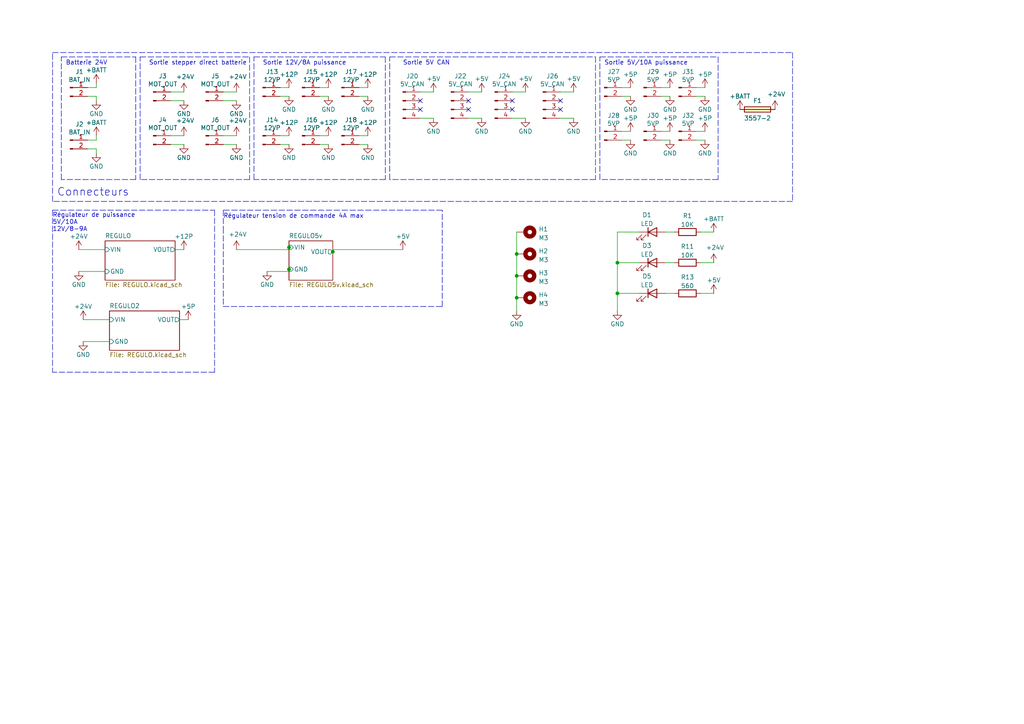
<source format=kicad_sch>
(kicad_sch (version 20211123) (generator eeschema)
  (paper "A4")
  (lib_symbols
    (symbol "AREA_composant:3557-2" (pin_numbers hide) (pin_names (offset 1.016) hide)
      (property "Reference" "F" (at -3.81 1.397 0))
      (property "Value" "3557-2" (at -3.81 -2.921 0))
      (symbol "3557-2_0_0"
        (rectangle (start -3.81 -0.762) (end 3.81 0.762) (stroke (width 0.254)) (fill (type background)))
        (pin passive line (at -5.08 0 0) (length 2.54) (name "~") (number "1"))
        (pin passive line (at -2.54 0 0) (length 2.54) (name "~") (number "2"))
        (pin passive line (at 5.08 0 180) (length 2.54) (name "~") (number "3"))
        (pin passive line (at 2.54 0 180) (length 2.54) (name "~") (number "4"))
      )
    )
    (symbol "Connector:Conn_01x02_Male" (pin_names (offset 1.016) hide)
      (property "Reference" "J" (at 0 2.54 0))
      (property "Value" "Conn_01x02_Male" (at 0 -5.08 0))
      (symbol "Conn_01x02_Male_1_1"
        (polyline (pts (xy 1.27 -2.54) (xy 0.8636 -2.54)) (stroke (width 0.1524)))
        (polyline (pts (xy 1.27 0) (xy 0.8636 0)) (stroke (width 0.1524)))
        (rectangle (start 0.8636 -2.413) (end 0 -2.667) (stroke (width 0.1524)) (fill (type outline)))
        (rectangle (start 0.8636 0.127) (end 0 -0.127) (stroke (width 0.1524)) (fill (type outline)))
        (pin passive line (at 5.08 0 180) (length 3.81) (name "Pin_1") (number "1"))
        (pin passive line (at 5.08 -2.54 180) (length 3.81) (name "Pin_2") (number "2"))
      )
    )
    (symbol "Connector:Conn_01x04_Male" (pin_names (offset 1.016) hide)
      (property "Reference" "J" (at 0 5.08 0))
      (property "Value" "Conn_01x04_Male" (at 0 -7.62 0))
      (symbol "Conn_01x04_Male_1_1"
        (polyline (pts (xy 1.27 -5.08) (xy 0.8636 -5.08)) (stroke (width 0.1524)))
        (polyline (pts (xy 1.27 -2.54) (xy 0.8636 -2.54)) (stroke (width 0.1524)))
        (polyline (pts (xy 1.27 0) (xy 0.8636 0)) (stroke (width 0.1524)))
        (polyline (pts (xy 1.27 2.54) (xy 0.8636 2.54)) (stroke (width 0.1524)))
        (rectangle (start 0.8636 -4.953) (end 0 -5.207) (stroke (width 0.1524)) (fill (type outline)))
        (rectangle (start 0.8636 -2.413) (end 0 -2.667) (stroke (width 0.1524)) (fill (type outline)))
        (rectangle (start 0.8636 0.127) (end 0 -0.127) (stroke (width 0.1524)) (fill (type outline)))
        (rectangle (start 0.8636 2.667) (end 0 2.413) (stroke (width 0.1524)) (fill (type outline)))
        (pin passive line (at 5.08 2.54 180) (length 3.81) (name "Pin_1") (number "1"))
        (pin passive line (at 5.08 0 180) (length 3.81) (name "Pin_2") (number "2"))
        (pin passive line (at 5.08 -2.54 180) (length 3.81) (name "Pin_3") (number "3"))
        (pin passive line (at 5.08 -5.08 180) (length 3.81) (name "Pin_4") (number "4"))
      )
    )
    (symbol "Device:LED" (pin_numbers hide) (pin_names (offset 1.016) hide)
      (property "Reference" "D" (at 0 2.54 0))
      (property "Value" "LED" (at 0 -2.54 0))
      (symbol "LED_0_1"
        (polyline (pts (xy -1.27 -1.27) (xy -1.27 1.27)) (stroke (width 0.254)))
        (polyline (pts (xy -1.27 0) (xy 1.27 0)))
        (polyline (pts (xy 1.27 -1.27) (xy 1.27 1.27) (xy -1.27 0) (xy 1.27 -1.27)) (stroke (width 0.254)))
        (polyline (pts (xy -3.048 -0.762) (xy -4.572 -2.286) (xy -3.81 -2.286) (xy -4.572 -2.286) (xy -4.572 -1.524)))
        (polyline (pts (xy -1.778 -0.762) (xy -3.302 -2.286) (xy -2.54 -2.286) (xy -3.302 -2.286) (xy -3.302 -1.524)))
      )
      (symbol "LED_1_1"
        (pin passive line (at -3.81 0 0) (length 2.54) (name "K") (number "1"))
        (pin passive line (at 3.81 0 180) (length 2.54) (name "A") (number "2"))
      )
    )
    (symbol "Device:R" (pin_numbers hide) (pin_names (offset 0))
      (property "Reference" "R" (at 2.032 0 90))
      (property "Value" "R" (at 0 0 90))
      (symbol "R_0_1"
        (rectangle (start -1.016 -2.54) (end 1.016 2.54) (stroke (width 0.254)))
      )
      (symbol "R_1_1"
        (pin passive line (at 0 3.81 270) (length 1.27) (name "~") (number "1"))
        (pin passive line (at 0 -3.81 90) (length 1.27) (name "~") (number "2"))
      )
    )
    (symbol "Mechanical:MountingHole_Pad" (pin_numbers hide) (pin_names (offset 1.016) hide)
      (property "Reference" "H" (at 0 6.35 0))
      (property "Value" "MountingHole_Pad" (at 0 4.445 0))
      (symbol "MountingHole_Pad_0_1"
        (circle (center 0 1.27) (radius 1.27) (stroke (width 1.27)))
      )
      (symbol "MountingHole_Pad_1_1"
        (pin input line (at 0 -2.54 90) (length 2.54) (name "1") (number "1"))
      )
    )
    (symbol "power:+12P" (power) (pin_names (offset 0))
      (property "Value" "+12P" (at 0 3.556 0))
      (symbol "+12P_0_1"
        (polyline (pts (xy -0.762 1.27) (xy 0 2.54)))
        (polyline (pts (xy 0 0) (xy 0 2.54)))
        (polyline (pts (xy 0 2.54) (xy 0.762 1.27)))
      )
      (symbol "+12P_1_1"
        (pin power_in line (at 0 0 90) (length 0) hide (name "+12P") (number "1"))
      )
    )
    (symbol "power:+24V" (power) (pin_names (offset 0))
      (property "Value" "+24V" (at 0 3.556 0))
      (symbol "+24V_0_1"
        (polyline (pts (xy -0.762 1.27) (xy 0 2.54)))
        (polyline (pts (xy 0 0) (xy 0 2.54)))
        (polyline (pts (xy 0 2.54) (xy 0.762 1.27)))
      )
      (symbol "+24V_1_1"
        (pin power_in line (at 0 0 90) (length 0) hide (name "+24V") (number "1"))
      )
    )
    (symbol "power:+5P" (power) (pin_names (offset 0))
      (property "Value" "+5P" (at 0 3.556 0))
      (symbol "+5P_0_1"
        (polyline (pts (xy -0.762 1.27) (xy 0 2.54)))
        (polyline (pts (xy 0 0) (xy 0 2.54)))
        (polyline (pts (xy 0 2.54) (xy 0.762 1.27)))
      )
      (symbol "+5P_1_1"
        (pin power_in line (at 0 0 90) (length 0) hide (name "+5P") (number "1"))
      )
    )
    (symbol "power:+5V" (power) (pin_names (offset 0))
      (property "Value" "+5V" (at 0 3.556 0))
      (symbol "+5V_0_1"
        (polyline (pts (xy -0.762 1.27) (xy 0 2.54)))
        (polyline (pts (xy 0 0) (xy 0 2.54)))
        (polyline (pts (xy 0 2.54) (xy 0.762 1.27)))
      )
      (symbol "+5V_1_1"
        (pin power_in line (at 0 0 90) (length 0) hide (name "+5V") (number "1"))
      )
    )
    (symbol "power:+BATT" (power) (pin_names (offset 0))
      (property "Value" "+BATT" (at 0 3.556 0))
      (symbol "+BATT_0_1"
        (polyline (pts (xy -0.762 1.27) (xy 0 2.54)))
        (polyline (pts (xy 0 0) (xy 0 2.54)))
        (polyline (pts (xy 0 2.54) (xy 0.762 1.27)))
      )
      (symbol "+BATT_1_1"
        (pin power_in line (at 0 0 90) (length 0) hide (name "+BATT") (number "1"))
      )
    )
    (symbol "power:GND" (power) (pin_names (offset 0))
      (property "Value" "GND" (at 0 -3.81 0))
      (symbol "GND_0_1"
        (polyline (pts (xy 0 0) (xy 0 -1.27) (xy 1.27 -1.27) (xy 0 -2.54) (xy -1.27 -1.27) (xy 0 -1.27)))
      )
      (symbol "GND_1_1"
        (pin power_in line (at 0 0 270) (length 0) hide (name "GND") (number "1"))
      )
    )
  )
  (junction (at 179.07 76.2))
  (junction (at 83.82 71.755))
  (junction (at 149.86 80.01))
  (junction (at 149.86 73.66))
  (junction (at 83.82 78.105))
  (junction (at 96.52 73.025))
  (junction (at 149.86 86.36))
  (junction (at 179.07 85.09))
  (no_connect (at 162.56 29.21))
  (no_connect (at 135.89 31.75))
  (no_connect (at 148.59 31.75))
  (no_connect (at 135.89 29.21))
  (no_connect (at 148.59 29.21))
  (no_connect (at 162.56 31.75))
  (no_connect (at 121.92 29.21))
  (no_connect (at 121.92 31.75))
  (polyline (pts (xy 64.77 88.9) (xy 128.27 88.9)))
  (wire (pts (xy 81.28 27.94) (xy 83.82 27.94)))
  (wire (pts (xy 64.77 41.91) (xy 68.58 41.91)))
  (wire (pts (xy 25.4 40.64) (xy 27.94 40.64)))
  (wire (pts (xy 193.04 76.2) (xy 195.58 76.2)))
  (wire (pts (xy 179.07 85.09) (xy 179.07 90.17)))
  (wire (pts (xy 148.59 26.67) (xy 152.4 26.67)))
  (wire (pts (xy 191.77 25.4) (xy 194.31 25.4)))
  (wire (pts (xy 180.34 25.4) (xy 182.88 25.4)))
  (wire (pts (xy 203.2 85.09) (xy 207.01 85.09)))
  (wire (pts (xy 193.04 85.09) (xy 195.58 85.09)))
  (wire (pts (xy 191.77 38.1) (xy 194.31 38.1)))
  (wire (pts (xy 64.77 26.67) (xy 68.58 26.67)))
  (wire (pts (xy 185.42 76.2) (xy 179.07 76.2)))
  (wire (pts (xy 179.07 76.2) (xy 179.07 85.09)))
  (wire (pts (xy 135.89 26.67) (xy 139.7 26.67)))
  (polyline (pts (xy 208.28 52.07) (xy 173.99 52.07)))
  (polyline (pts (xy 172.72 16.51) (xy 172.72 52.07)))
  (polyline (pts (xy 64.77 66.04) (xy 64.77 88.9)))
  (wire (pts (xy 92.71 27.94) (xy 95.25 27.94)))
  (wire (pts (xy 203.2 76.2) (xy 207.01 76.2)))
  (wire (pts (xy 81.28 25.4) (xy 83.82 25.4)))
  (wire (pts (xy 49.53 39.37) (xy 53.34 39.37)))
  (polyline (pts (xy 64.77 60.96) (xy 64.77 66.04)))
  (wire (pts (xy 96.52 73.66) (xy 96.52 73.025)))
  (polyline (pts (xy 229.87 58.42) (xy 15.24 58.42)))
  (wire (pts (xy 81.28 39.37) (xy 83.82 39.37)))
  (wire (pts (xy 64.77 29.21) (xy 68.58 29.21)))
  (wire (pts (xy 162.56 34.29) (xy 166.37 34.29)))
  (wire (pts (xy 193.04 67.31) (xy 195.58 67.31)))
  (wire (pts (xy 180.34 38.1) (xy 182.88 38.1)))
  (wire (pts (xy 27.94 40.64) (xy 27.94 39.37)))
  (wire (pts (xy 49.53 29.21) (xy 53.34 29.21)))
  (polyline (pts (xy 73.66 16.51) (xy 111.76 16.51)))
  (polyline (pts (xy 172.72 52.07) (xy 113.03 52.07)))
  (polyline (pts (xy 208.28 16.51) (xy 208.28 52.07)))
  (wire (pts (xy 185.42 85.09) (xy 179.07 85.09)))
  (wire (pts (xy 104.14 39.37) (xy 106.68 39.37)))
  (polyline (pts (xy 173.99 16.51) (xy 208.28 16.51)))
  (wire (pts (xy 203.2 67.31) (xy 207.01 67.31)))
  (polyline (pts (xy 128.27 60.96) (xy 64.77 60.96)))
  (polyline (pts (xy 72.39 16.51) (xy 72.39 52.07)))
  (wire (pts (xy 27.94 27.94) (xy 25.4 27.94)))
  (polyline (pts (xy 15.24 15.24) (xy 229.87 15.24)))
  (wire (pts (xy 201.93 40.64) (xy 204.47 40.64)))
  (wire (pts (xy 162.56 26.67) (xy 166.37 26.67)))
  (wire (pts (xy 191.77 40.64) (xy 194.31 40.64)))
  (wire (pts (xy 180.34 27.94) (xy 182.88 27.94)))
  (wire (pts (xy 149.86 86.36) (xy 149.86 90.17)))
  (wire (pts (xy 179.07 67.31) (xy 179.07 76.2)))
  (wire (pts (xy 149.86 67.31) (xy 149.86 73.66)))
  (wire (pts (xy 191.77 27.94) (xy 194.31 27.94)))
  (wire (pts (xy 121.92 26.67) (xy 125.73 26.67)))
  (wire (pts (xy 92.71 41.91) (xy 95.25 41.91)))
  (wire (pts (xy 27.94 44.45) (xy 27.94 43.18)))
  (polyline (pts (xy 17.78 52.07) (xy 17.78 16.51)))
  (wire (pts (xy 180.34 40.64) (xy 182.88 40.64)))
  (wire (pts (xy 201.93 27.94) (xy 204.47 27.94)))
  (polyline (pts (xy 111.76 52.07) (xy 73.66 52.07)))
  (wire (pts (xy 22.86 72.39) (xy 30.48 72.39)))
  (polyline (pts (xy 15.24 60.96) (xy 62.23 60.96)))
  (wire (pts (xy 49.53 26.67) (xy 53.34 26.67)))
  (wire (pts (xy 83.82 78.105) (xy 83.82 78.74)))
  (polyline (pts (xy 111.76 16.51) (xy 111.76 52.07)))
  (polyline (pts (xy 128.27 88.9) (xy 128.27 60.96)))
  (wire (pts (xy 22.86 78.74) (xy 30.48 78.74)))
  (polyline (pts (xy 173.99 52.07) (xy 173.99 16.51)))
  (polyline (pts (xy 73.66 52.07) (xy 73.66 16.51)))
  (wire (pts (xy 25.4 25.4) (xy 27.94 25.4)))
  (polyline (pts (xy 62.23 107.95) (xy 15.24 107.95)))
  (polyline (pts (xy 113.03 16.51) (xy 172.72 16.51)))
  (wire (pts (xy 185.42 67.31) (xy 179.07 67.31)))
  (wire (pts (xy 135.89 34.29) (xy 139.7 34.29)))
  (wire (pts (xy 104.14 25.4) (xy 106.68 25.4)))
  (wire (pts (xy 49.53 41.91) (xy 53.34 41.91)))
  (wire (pts (xy 83.82 71.755) (xy 83.82 72.39)))
  (wire (pts (xy 104.14 27.94) (xy 106.68 27.94)))
  (polyline (pts (xy 39.37 52.07) (xy 17.78 52.07)))
  (wire (pts (xy 104.14 41.91) (xy 106.68 41.91)))
  (wire (pts (xy 96.52 72.39) (xy 116.84 72.39)))
  (wire (pts (xy 50.8 72.39) (xy 53.34 72.39)))
  (polyline (pts (xy 39.37 16.51) (xy 39.37 52.07)))
  (polyline (pts (xy 229.87 15.24) (xy 229.87 58.42)))
  (wire (pts (xy 149.86 73.66) (xy 149.86 80.01)))
  (wire (pts (xy 68.58 72.39) (xy 83.82 72.39)))
  (wire (pts (xy 24.13 92.71) (xy 31.75 92.71)))
  (wire (pts (xy 121.92 34.29) (xy 125.73 34.29)))
  (polyline (pts (xy 62.23 60.96) (xy 62.23 107.95)))
  (wire (pts (xy 148.59 34.29) (xy 152.4 34.29)))
  (wire (pts (xy 52.07 92.71) (xy 54.61 92.71)))
  (wire (pts (xy 83.82 71.12) (xy 83.82 71.755)))
  (polyline (pts (xy 72.39 52.07) (xy 40.64 52.07)))
  (wire (pts (xy 83.82 77.47) (xy 83.82 78.105)))
  (polyline (pts (xy 113.03 52.07) (xy 113.03 16.51)))
  (wire (pts (xy 96.52 73.025) (xy 96.52 72.39)))
  (polyline (pts (xy 15.24 60.96) (xy 15.24 107.95)))
  (wire (pts (xy 64.77 39.37) (xy 68.58 39.37)))
  (polyline (pts (xy 17.78 16.51) (xy 39.37 16.51)))
  (polyline (pts (xy 15.24 58.42) (xy 15.24 15.24)))
  (wire (pts (xy 149.86 80.01) (xy 149.86 86.36)))
  (polyline (pts (xy 40.64 52.07) (xy 40.64 16.51)))
  (wire (pts (xy 77.47 78.74) (xy 83.82 78.74)))
  (polyline (pts (xy 40.64 16.51) (xy 72.39 16.51)))
  (wire (pts (xy 92.71 25.4) (xy 95.25 25.4)))
  (wire (pts (xy 27.94 43.18) (xy 25.4 43.18)))
  (wire (pts (xy 81.28 41.91) (xy 83.82 41.91)))
  (wire (pts (xy 24.13 99.06) (xy 31.75 99.06)))
  (wire (pts (xy 27.94 29.21) (xy 27.94 27.94)))
  (wire (pts (xy 201.93 38.1) (xy 204.47 38.1)))
  (wire (pts (xy 201.93 25.4) (xy 204.47 25.4)))
  (wire (pts (xy 27.94 25.4) (xy 27.94 24.13)))
  (wire (pts (xy 92.71 39.37) (xy 95.25 39.37)))
  (text "Batterie 24V" (at 19.05 19.05 0) (effects (font (size 1.27 1.27)) (justify left bottom)))
  (text "Sortie 12V/8A puissance" (at 76.2 19.05 0) (effects (font (size 1.27 1.27)) (justify left bottom)))
  (text "Connecteurs" (at 16.51 57.15 0) (effects (font (size 2.2606 2.2606)) (justify left bottom)))
  (text "Sortie stepper direct batterie" (at 43.18 19.05 0) (effects (font (size 1.27 1.27)) (justify left bottom)))
  (text "Sortie 5V CAN" (at 116.84 19.05 0) (effects (font (size 1.27 1.27)) (justify left bottom)))
  (text "Régulateur de puissance\n5V/10A\n12V/8-9A" (at 15.24 67.31 0) (effects (font (size 1.27 1.27)) (justify left bottom)))
  (text "Régulateur tension de commande 4A max" (at 64.77 63.5 0) (effects (font (size 1.27 1.27)) (justify left bottom)))
  (text "Sortie 5V/10A puissance" (at 175.26 19.05 0) (effects (font (size 1.27 1.27)) (justify left bottom)))
  (symbol (lib_id "power:GND") (at 179.07 90.17 0) (unit 1)
    (property "Reference" "#PWR0110" (effects hide))
    (property "Value" "GND" (at 179.07 93.98 0))
  )
  (symbol (lib_id "Connector:Conn_01x02_Male") (at 44.45 39.37 0) (unit 1)
    (property "Reference" "J4" (at 47.1932 34.7726 0))
    (property "Value" "MOT_OUT" (at 47.1932 37.084 0))
    (property "Footprint" "AREA_lib_Connector:Wuerth_batcon_691313710002" (effects hide))
  )
  (symbol (lib_id "power:GND") (at 194.31 40.64 0) (unit 1)
    (property "Reference" "#PWR078" (effects hide))
    (property "Value" "GND" (at 194.31 44.45 0))
  )
  (symbol (lib_id "Mechanical:MountingHole_Pad") (at 152.4 67.31 270) (unit 1)
    (property "Reference" "H1" (at 156.21 66.4753 90) (effects (justify left)))
    (property "Value" "M3" (at 156.21 69.0122 90) (effects (justify left)))
    (property "Footprint" "MountingHole:MountingHole_3.2mm_M3_Pad_Via" (effects hide))
  )
  (symbol (lib_id "Connector:Conn_01x02_Male") (at 76.2 25.4 0) (unit 1)
    (property "Reference" "J13" (at 78.9432 20.8026 0))
    (property "Value" "12VP" (at 78.9432 23.114 0))
    (property "Footprint" "AREA_lib_Connector:Wuerth_3.96mm_2pin_645002114822" (effects hide))
  )
  (symbol (lib_id "Connector:Conn_01x02_Male") (at 175.26 25.4 0) (unit 1)
    (property "Reference" "J27" (at 178.0032 20.8026 0))
    (property "Value" "5VP" (at 178.0032 23.114 0))
    (property "Footprint" "AREA_lib_Connector:Wuerth_3.96mm_2pin_645002114822" (effects hide))
  )
  (symbol (lib_id "Connector:Conn_01x02_Male") (at 20.32 40.64 0) (unit 1)
    (property "Reference" "J2" (at 23.0632 36.0426 0))
    (property "Value" "BAT_IN" (at 23.0632 38.354 0))
    (property "Footprint" "AREA_lib_Connector:Wuerth_batcon_691313710002" (effects hide))
  )
  (symbol (lib_id "power:+12P") (at 95.25 25.4 0) (unit 1)
    (property "Reference" "#PWR047" (effects hide))
    (property "Value" "+12P" (at 95.25 21.59 0))
  )
  (symbol (lib_id "Device:R") (at 199.39 67.31 270) (unit 1)
    (property "Reference" "R1" (at 199.39 62.5942 90))
    (property "Value" "10K" (at 199.39 65.1311 90))
    (property "Footprint" "Resistor_SMD:R_0805_2012Metric" (effects hide))
  )
  (symbol (lib_id "power:GND") (at 204.47 40.64 0) (unit 1)
    (property "Reference" "#PWR082" (effects hide))
    (property "Value" "GND" (at 204.47 44.45 0))
  )
  (symbol (lib_id "power:+12P") (at 53.34 72.39 0) (unit 1)
    (property "Reference" "#PWR015" (effects hide))
    (property "Value" "+12P" (at 53.34 68.58 0))
  )
  (symbol (lib_id "power:GND") (at 125.73 34.29 0) (unit 1)
    (property "Reference" "#PWR058" (effects hide))
    (property "Value" "GND" (at 125.73 38.1 0))
  )
  (symbol (lib_id "power:+24V") (at 224.79 31.75 0) (unit 1)
    (property "Reference" "#PWR084" (effects hide))
    (property "Value" "+24V" (at 225.171 27.3558 0))
  )
  (symbol (lib_id "power:+12P") (at 83.82 39.37 0) (unit 1)
    (property "Reference" "#PWR045" (effects hide))
    (property "Value" "+12P" (at 83.82 35.56 0))
  )
  (symbol (lib_id "Device:LED") (at 189.23 67.31 0) (unit 1)
    (property "Reference" "D1" (at 187.6425 62.3402 0))
    (property "Value" "LED" (at 187.6425 64.8771 0))
    (property "Footprint" "LED_SMD:LED_0805_2012Metric" (effects hide))
  )
  (symbol (lib_id "power:+5P") (at 54.61 92.71 0) (unit 1)
    (property "Reference" "#PWR017" (effects hide))
    (property "Value" "+5P" (at 54.61 88.9 0))
  )
  (symbol (lib_id "power:+12P") (at 83.82 25.4 0) (unit 1)
    (property "Reference" "#PWR043" (effects hide))
    (property "Value" "+12P" (at 83.82 21.59 0))
  )
  (symbol (lib_id "Connector:Conn_01x04_Male") (at 116.84 29.21 0) (unit 1)
    (property "Reference" "J20" (at 119.5832 22.0726 0))
    (property "Value" "5V_CAN" (at 119.5832 24.384 0))
    (property "Footprint" "AREA_lib_Connector:690367290476" (effects hide))
  )
  (symbol (lib_id "power:+5V") (at 125.73 26.67 0) (unit 1)
    (property "Reference" "#PWR057" (effects hide))
    (property "Value" "+5V" (at 125.73 22.86 0))
  )
  (symbol (lib_id "power:+5P") (at 194.31 25.4 0) (unit 1)
    (property "Reference" "#PWR075" (effects hide))
    (property "Value" "+5P" (at 194.31 21.59 0))
  )
  (symbol (lib_id "Connector:Conn_01x04_Male") (at 130.81 29.21 0) (unit 1)
    (property "Reference" "J22" (at 133.5532 22.0726 0))
    (property "Value" "5V_CAN" (at 133.5532 24.384 0))
    (property "Footprint" "AREA_lib_Connector:690367290476" (effects hide))
  )
  (symbol (lib_id "power:+24V") (at 24.13 92.71 0) (unit 1)
    (property "Reference" "#PWR05" (effects hide))
    (property "Value" "+24V" (at 24.13 88.9 0))
  )
  (symbol (lib_id "power:+24V") (at 68.58 39.37 0) (unit 1)
    (property "Reference" "#PWR020" (effects hide))
    (property "Value" "+24V" (at 68.961 34.9758 0))
  )
  (symbol (lib_id "Connector:Conn_01x02_Male") (at 87.63 39.37 0) (unit 1)
    (property "Reference" "J16" (at 90.3732 34.7726 0))
    (property "Value" "12VP" (at 90.3732 37.084 0))
    (property "Footprint" "AREA_lib_Connector:Wuerth_3.96mm_2pin_645002114822" (effects hide))
  )
  (symbol (lib_id "Connector:Conn_01x02_Male") (at 196.85 25.4 0) (unit 1)
    (property "Reference" "J31" (at 199.5932 20.8026 0))
    (property "Value" "5VP" (at 199.5932 23.114 0))
    (property "Footprint" "AREA_lib_Connector:Wuerth_3.96mm_2pin_645002114822" (effects hide))
  )
  (symbol (lib_id "Connector:Conn_01x04_Male") (at 157.48 29.21 0) (unit 1)
    (property "Reference" "J26" (at 160.2232 22.0726 0))
    (property "Value" "5V_CAN" (at 160.2232 24.384 0))
    (property "Footprint" "AREA_lib_Connector:690367290476" (effects hide))
  )
  (symbol (lib_id "power:+BATT") (at 214.63 31.75 0) (unit 1)
    (property "Reference" "#PWR083" (effects hide))
    (property "Value" "+BATT" (at 214.63 27.94 0))
  )
  (symbol (lib_id "Connector:Conn_01x02_Male") (at 20.32 25.4 0) (unit 1)
    (property "Reference" "J1" (at 23.0632 20.8026 0))
    (property "Value" "BAT_IN" (at 23.0632 23.114 0))
    (property "Footprint" "AREA_lib_Connector:Wuerth_batcon_691313710002" (effects hide))
  )
  (symbol (lib_id "power:+12P") (at 106.68 39.37 0) (unit 1)
    (property "Reference" "#PWR053" (effects hide))
    (property "Value" "+12P" (at 106.68 35.56 0))
  )
  (symbol (lib_id "power:GND") (at 77.47 78.74 0) (unit 1)
    (property "Reference" "#PWR042" (effects hide))
    (property "Value" "GND" (at 77.47 82.55 0))
  )
  (symbol (lib_id "power:GND") (at 106.68 27.94 0) (unit 1)
    (property "Reference" "#PWR052" (effects hide))
    (property "Value" "GND" (at 106.68 31.75 0))
  )
  (symbol (lib_id "power:GND") (at 139.7 34.29 0) (unit 1)
    (property "Reference" "#PWR062" (effects hide))
    (property "Value" "GND" (at 139.7 38.1 0))
  )
  (symbol (lib_id "Mechanical:MountingHole_Pad") (at 152.4 80.01 270) (unit 1)
    (property "Reference" "H3" (at 156.21 79.1753 90) (effects (justify left)))
    (property "Value" "M3" (at 156.21 81.7122 90) (effects (justify left)))
    (property "Footprint" "MountingHole:MountingHole_3.2mm_M3_Pad_Via" (effects hide))
  )
  (symbol (lib_id "power:GND") (at 166.37 34.29 0) (unit 1)
    (property "Reference" "#PWR068" (effects hide))
    (property "Value" "GND" (at 166.37 38.1 0))
  )
  (symbol (lib_id "power:+BATT") (at 207.01 67.31 0) (unit 1)
    (property "Reference" "#PWR0109" (effects hide))
    (property "Value" "+BATT" (at 207.01 63.5 0))
  )
  (symbol (lib_id "power:GND") (at 53.34 29.21 0) (unit 1)
    (property "Reference" "#PWR012" (effects hide))
    (property "Value" "GND" (at 53.34 33.02 0))
  )
  (symbol (lib_id "power:GND") (at 152.4 34.29 0) (unit 1)
    (property "Reference" "#PWR064" (effects hide))
    (property "Value" "GND" (at 152.4 38.1 0))
  )
  (symbol (lib_id "power:GND") (at 95.25 27.94 0) (unit 1)
    (property "Reference" "#PWR048" (effects hide))
    (property "Value" "GND" (at 95.25 31.75 0))
  )
  (symbol (lib_id "power:GND") (at 182.88 27.94 0) (unit 1)
    (property "Reference" "#PWR072" (effects hide))
    (property "Value" "GND" (at 182.88 31.75 0))
  )
  (symbol (lib_id "Device:R") (at 199.39 85.09 270) (unit 1)
    (property "Reference" "R13" (at 199.39 80.3742 90))
    (property "Value" "560" (at 199.39 82.9111 90))
    (property "Footprint" "Resistor_SMD:R_0805_2012Metric" (effects hide))
  )
  (symbol (lib_id "power:+24V") (at 53.34 26.67 0) (unit 1)
    (property "Reference" "#PWR011" (effects hide))
    (property "Value" "+24V" (at 53.721 22.2758 0))
  )
  (symbol (lib_id "power:GND") (at 204.47 27.94 0) (unit 1)
    (property "Reference" "#PWR080" (effects hide))
    (property "Value" "GND" (at 204.47 31.75 0))
  )
  (symbol (lib_id "Mechanical:MountingHole_Pad") (at 152.4 73.66 270) (unit 1)
    (property "Reference" "H2" (at 156.21 72.8253 90) (effects (justify left)))
    (property "Value" "M3" (at 156.21 75.3622 90) (effects (justify left)))
    (property "Footprint" "MountingHole:MountingHole_3.2mm_M3_Pad_Via" (effects hide))
  )
  (symbol (lib_id "power:+5V") (at 152.4 26.67 0) (unit 1)
    (property "Reference" "#PWR063" (effects hide))
    (property "Value" "+5V" (at 152.4 22.86 0))
  )
  (symbol (lib_id "Connector:Conn_01x02_Male") (at 44.45 26.67 0) (unit 1)
    (property "Reference" "J3" (at 47.1932 22.0726 0))
    (property "Value" "MOT_OUT" (at 47.1932 24.384 0))
    (property "Footprint" "AREA_lib_Connector:Wuerth_batcon_691313710002" (effects hide))
  )
  (symbol (lib_id "Device:R") (at 199.39 76.2 270) (unit 1)
    (property "Reference" "R11" (at 199.39 71.4842 90))
    (property "Value" "10K" (at 199.39 74.0211 90))
    (property "Footprint" "Resistor_SMD:R_0805_2012Metric" (effects hide))
  )
  (symbol (lib_id "Connector:Conn_01x02_Male") (at 59.69 26.67 0) (unit 1)
    (property "Reference" "J5" (at 62.4332 22.0726 0))
    (property "Value" "MOT_OUT" (at 62.4332 24.384 0))
    (property "Footprint" "AREA_lib_Connector:Wuerth_batcon_691313710002" (effects hide))
  )
  (symbol (lib_id "Device:LED") (at 189.23 85.09 0) (unit 1)
    (property "Reference" "D5" (at 187.6425 80.1202 0))
    (property "Value" "LED" (at 187.6425 82.6571 0))
    (property "Footprint" "LED_SMD:LED_0805_2012Metric" (effects hide))
  )
  (symbol (lib_id "power:+5V") (at 166.37 26.67 0) (unit 1)
    (property "Reference" "#PWR067" (effects hide))
    (property "Value" "+5V" (at 166.37 22.86 0))
  )
  (symbol (lib_id "power:GND") (at 53.34 41.91 0) (unit 1)
    (property "Reference" "#PWR014" (effects hide))
    (property "Value" "GND" (at 53.34 45.72 0))
  )
  (symbol (lib_id "power:+24V") (at 22.86 72.39 0) (unit 1)
    (property "Reference" "#PWR01" (effects hide))
    (property "Value" "+24V" (at 22.86 68.58 0))
  )
  (symbol (lib_id "Connector:Conn_01x02_Male") (at 186.69 38.1 0) (unit 1)
    (property "Reference" "J30" (at 189.4332 33.5026 0))
    (property "Value" "5VP" (at 189.4332 35.814 0))
    (property "Footprint" "AREA_lib_Connector:Wuerth_3.96mm_2pin_645002114822" (effects hide))
  )
  (symbol (lib_id "Connector:Conn_01x02_Male") (at 186.69 25.4 0) (unit 1)
    (property "Reference" "J29" (at 189.4332 20.8026 0))
    (property "Value" "5VP" (at 189.4332 23.114 0))
    (property "Footprint" "AREA_lib_Connector:Wuerth_3.96mm_2pin_645002114822" (effects hide))
  )
  (symbol (lib_id "power:GND") (at 27.94 44.45 0) (unit 1)
    (property "Reference" "#PWR010" (effects hide))
    (property "Value" "GND" (at 27.94 48.26 0))
  )
  (symbol (lib_id "power:+5V") (at 139.7 26.67 0) (unit 1)
    (property "Reference" "#PWR061" (effects hide))
    (property "Value" "+5V" (at 139.7 22.86 0))
  )
  (symbol (lib_id "AREA_composant:3557-2") (at 219.71 31.75 0) (unit 1)
    (property "Reference" "F1" (at 219.71 29.21 0))
    (property "Value" "3557-2" (at 219.71 34.29 0))
    (property "Footprint" "AREA_lib_composant:FUSE_3557-2" (effects hide))
    (property "MANUFACTURER" "KEYSTONE" (effects hide))
  )
  (symbol (lib_id "Connector:Conn_01x02_Male") (at 175.26 38.1 0) (unit 1)
    (property "Reference" "J28" (at 178.0032 33.5026 0))
    (property "Value" "5VP" (at 178.0032 35.814 0))
    (property "Footprint" "AREA_lib_Connector:Wuerth_3.96mm_2pin_645002114822" (effects hide))
  )
  (symbol (lib_id "power:GND") (at 27.94 29.21 0) (unit 1)
    (property "Reference" "#PWR08" (effects hide))
    (property "Value" "GND" (at 27.94 33.02 0))
  )
  (symbol (lib_id "Mechanical:MountingHole_Pad") (at 152.4 86.36 270) (unit 1)
    (property "Reference" "H4" (at 156.21 85.5253 90) (effects (justify left)))
    (property "Value" "M3" (at 156.21 88.0622 90) (effects (justify left)))
    (property "Footprint" "MountingHole:MountingHole_3.2mm_M3_Pad_Via" (effects hide))
  )
  (symbol (lib_id "power:+BATT") (at 27.94 39.37 0) (unit 1)
    (property "Reference" "#PWR09" (effects hide))
    (property "Value" "+BATT" (at 27.94 35.56 0))
  )
  (symbol (lib_id "Device:LED") (at 189.23 76.2 0) (unit 1)
    (property "Reference" "D3" (at 187.6425 71.2302 0))
    (property "Value" "LED" (at 187.6425 73.7671 0))
    (property "Footprint" "LED_SMD:LED_0805_2012Metric" (effects hide))
  )
  (symbol (lib_id "Connector:Conn_01x02_Male") (at 99.06 25.4 0) (unit 1)
    (property "Reference" "J17" (at 101.8032 20.8026 0))
    (property "Value" "12VP" (at 101.8032 23.114 0))
    (property "Footprint" "AREA_lib_Connector:Wuerth_3.96mm_2pin_645002114822" (effects hide))
  )
  (symbol (lib_id "power:GND") (at 106.68 41.91 0) (unit 1)
    (property "Reference" "#PWR054" (effects hide))
    (property "Value" "GND" (at 106.68 45.72 0))
  )
  (symbol (lib_id "power:GND") (at 194.31 27.94 0) (unit 1)
    (property "Reference" "#PWR076" (effects hide))
    (property "Value" "GND" (at 194.31 31.75 0))
  )
  (symbol (lib_id "power:+5P") (at 194.31 38.1 0) (unit 1)
    (property "Reference" "#PWR077" (effects hide))
    (property "Value" "+5P" (at 194.31 34.29 0))
  )
  (symbol (lib_id "power:GND") (at 95.25 41.91 0) (unit 1)
    (property "Reference" "#PWR050" (effects hide))
    (property "Value" "GND" (at 95.25 45.72 0))
  )
  (symbol (lib_id "power:GND") (at 83.82 41.91 0) (unit 1)
    (property "Reference" "#PWR046" (effects hide))
    (property "Value" "GND" (at 83.82 45.72 0))
  )
  (symbol (lib_id "power:GND") (at 182.88 40.64 0) (unit 1)
    (property "Reference" "#PWR074" (effects hide))
    (property "Value" "GND" (at 182.88 44.45 0))
  )
  (symbol (lib_id "power:+5V") (at 207.01 85.09 0) (unit 1)
    (property "Reference" "#PWR0112" (effects hide))
    (property "Value" "+5V" (at 207.01 81.28 0))
  )
  (symbol (lib_id "power:GND") (at 24.13 99.06 0) (unit 1)
    (property "Reference" "#PWR06" (effects hide))
    (property "Value" "GND" (at 24.13 102.87 0))
  )
  (symbol (lib_id "power:+5P") (at 204.47 38.1 0) (unit 1)
    (property "Reference" "#PWR081" (effects hide))
    (property "Value" "+5P" (at 204.47 34.29 0))
  )
  (symbol (lib_id "Connector:Conn_01x02_Male") (at 87.63 25.4 0) (unit 1)
    (property "Reference" "J15" (at 90.3732 20.8026 0))
    (property "Value" "12VP" (at 90.3732 23.114 0))
    (property "Footprint" "AREA_lib_Connector:Wuerth_3.96mm_2pin_645002114822" (effects hide))
  )
  (symbol (lib_id "Connector:Conn_01x02_Male") (at 99.06 39.37 0) (unit 1)
    (property "Reference" "J18" (at 101.8032 34.7726 0))
    (property "Value" "12VP" (at 101.8032 37.084 0))
    (property "Footprint" "AREA_lib_Connector:Wuerth_3.96mm_2pin_645002114822" (effects hide))
  )
  (symbol (lib_id "power:+5P") (at 204.47 25.4 0) (unit 1)
    (property "Reference" "#PWR079" (effects hide))
    (property "Value" "+5P" (at 204.47 21.59 0))
  )
  (symbol (lib_id "power:+5P") (at 182.88 25.4 0) (unit 1)
    (property "Reference" "#PWR071" (effects hide))
    (property "Value" "+5P" (at 182.88 21.59 0))
  )
  (symbol (lib_id "power:+24V") (at 207.01 76.2 0) (unit 1)
    (property "Reference" "#PWR0114" (effects hide))
    (property "Value" "+24V" (at 207.391 71.8058 0))
  )
  (symbol (lib_id "power:GND") (at 149.86 90.17 0) (unit 1)
    (property "Reference" "#PWR0108" (effects hide))
    (property "Value" "GND" (at 149.86 93.98 0))
  )
  (symbol (lib_id "power:GND") (at 22.86 78.74 0) (unit 1)
    (property "Reference" "#PWR02" (effects hide))
    (property "Value" "GND" (at 22.86 82.55 0))
  )
  (symbol (lib_id "Connector:Conn_01x04_Male") (at 143.51 29.21 0) (unit 1)
    (property "Reference" "J24" (at 146.2532 22.0726 0))
    (property "Value" "5V_CAN" (at 146.2532 24.384 0))
    (property "Footprint" "AREA_lib_Connector:690367290476" (effects hide))
  )
  (symbol (lib_id "power:+12P") (at 95.25 39.37 0) (unit 1)
    (property "Reference" "#PWR049" (effects hide))
    (property "Value" "+12P" (at 95.25 35.56 0))
  )
  (symbol (lib_id "power:GND") (at 83.82 27.94 0) (unit 1)
    (property "Reference" "#PWR044" (effects hide))
    (property "Value" "GND" (at 83.82 31.75 0))
  )
  (symbol (lib_id "power:+5V") (at 116.84 72.39 0) (unit 1)
    (property "Reference" "#PWR0107" (effects hide))
    (property "Value" "+5V" (at 116.84 68.58 0))
  )
  (symbol (lib_id "Connector:Conn_01x02_Male") (at 196.85 38.1 0) (unit 1)
    (property "Reference" "J32" (at 199.5932 33.5026 0))
    (property "Value" "5VP" (at 199.5932 35.814 0))
    (property "Footprint" "AREA_lib_Connector:Wuerth_3.96mm_2pin_645002114822" (effects hide))
  )
  (symbol (lib_id "Connector:Conn_01x02_Male") (at 59.69 39.37 0) (unit 1)
    (property "Reference" "J6" (at 62.4332 34.7726 0))
    (property "Value" "MOT_OUT" (at 62.4332 37.084 0))
    (property "Footprint" "AREA_lib_Connector:Wuerth_batcon_691313710002" (effects hide))
  )
  (symbol (lib_id "power:+12P") (at 106.68 25.4 0) (unit 1)
    (property "Reference" "#PWR051" (effects hide))
    (property "Value" "+12P" (at 106.68 21.59 0))
  )
  (symbol (lib_id "power:+24V") (at 68.58 26.67 0) (unit 1)
    (property "Reference" "#PWR018" (effects hide))
    (property "Value" "+24V" (at 68.961 22.2758 0))
  )
  (symbol (lib_id "power:GND") (at 68.58 29.21 0) (unit 1)
    (property "Reference" "#PWR019" (effects hide))
    (property "Value" "GND" (at 68.58 33.02 0))
  )
  (symbol (lib_id "power:+BATT") (at 27.94 24.13 0) (unit 1)
    (property "Reference" "#PWR07" (effects hide))
    (property "Value" "+BATT" (at 27.94 20.32 0))
  )
  (symbol (lib_id "power:+24V") (at 53.34 39.37 0) (unit 1)
    (property "Reference" "#PWR013" (effects hide))
    (property "Value" "+24V" (at 53.721 34.9758 0))
  )
  (symbol (lib_id "power:GND") (at 68.58 41.91 0) (unit 1)
    (property "Reference" "#PWR021" (effects hide))
    (property "Value" "GND" (at 68.58 45.72 0))
  )
  (symbol (lib_id "power:+24V") (at 68.58 72.39 0) (unit 1)
    (property "Reference" "#PWR024" (effects hide))
    (property "Value" "+24V" (at 68.961 67.9958 0))
  )
  (symbol (lib_id "Connector:Conn_01x02_Male") (at 76.2 39.37 0) (unit 1)
    (property "Reference" "J14" (at 78.9432 34.7726 0))
    (property "Value" "12VP" (at 78.9432 37.084 0))
    (property "Footprint" "AREA_lib_Connector:Wuerth_3.96mm_2pin_645002114822" (effects hide))
  )
  (symbol (lib_id "power:+5P") (at 182.88 38.1 0) (unit 1)
    (property "Reference" "#PWR073" (effects hide))
    (property "Value" "+5P" (at 182.88 34.29 0))
  )
  (sheet (at 83.82 69.85) (size 12.7 11.43) (stroke (width 0.1524))
    (property "Sheet name" "REGULO5v" (at 83.82 69.1384 0) (effects (justify left bottom)))
    (property "Sheet file" "REGULO5v.kicad_sch" (at 83.82 81.8646 0) (effects (justify left top)))
    (pin "VIN" input (at 83.82 71.755 180))
    (pin "VOUT" output (at 96.52 73.025 0))
    (pin "GND" input (at 83.82 78.105 180))
  )
  (sheet (at 30.48 69.85) (size 20.32 11.43) (stroke (width 0.1524))
    (property "Sheet name" "REGULO" (at 30.48 69.1384 0) (effects (justify left bottom)))
    (property "Sheet file" "REGULO.kicad_sch" (at 30.48 81.8646 0) (effects (justify left top)))
    (pin "VIN" input (at 30.48 72.39 180))
    (pin "VOUT" output (at 50.8 72.39 0))
    (pin "GND" input (at 30.48 78.74 180))
  )
  (sheet (at 31.75 90.17) (size 20.32 11.43) (stroke (width 0.1524))
    (property "Sheet name" "REGULO2" (at 31.75 89.4584 0) (effects (justify left bottom)))
    (property "Sheet file" "REGULO.kicad_sch" (at 31.75 102.1846 0) (effects (justify left top)))
    (pin "VIN" input (at 31.75 92.71 180))
    (pin "VOUT" output (at 52.07 92.71 0))
    (pin "GND" input (at 31.75 99.06 180))
  )
)
</source>
